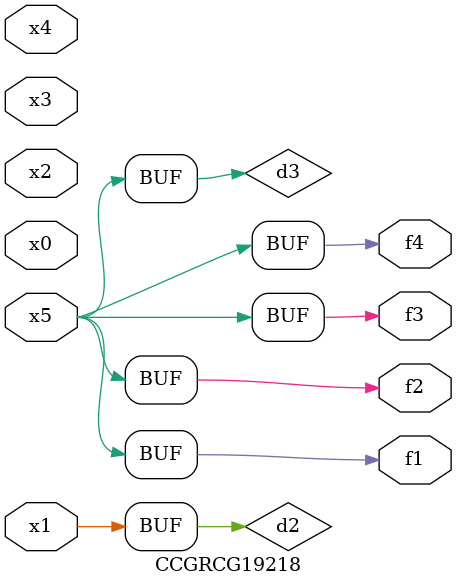
<source format=v>
module CCGRCG19218(
	input x0, x1, x2, x3, x4, x5,
	output f1, f2, f3, f4
);

	wire d1, d2, d3;

	not (d1, x5);
	or (d2, x1);
	xnor (d3, d1);
	assign f1 = d3;
	assign f2 = d3;
	assign f3 = d3;
	assign f4 = d3;
endmodule

</source>
